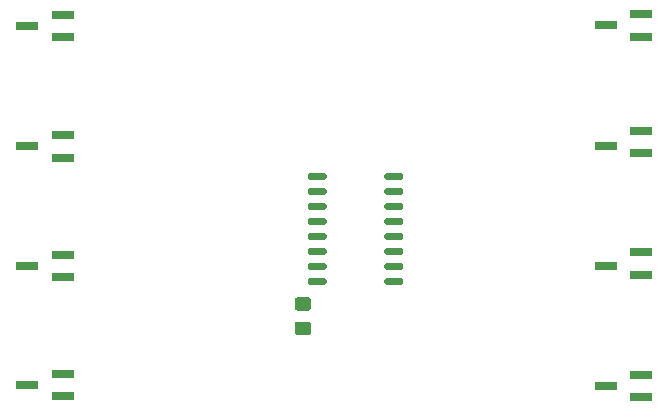
<source format=gbr>
%TF.GenerationSoftware,KiCad,Pcbnew,5.1.8*%
%TF.CreationDate,2020-12-26T20:56:00+01:00*%
%TF.ProjectId,charger2,63686172-6765-4723-922e-6b696361645f,rev?*%
%TF.SameCoordinates,Original*%
%TF.FileFunction,Paste,Bot*%
%TF.FilePolarity,Positive*%
%FSLAX46Y46*%
G04 Gerber Fmt 4.6, Leading zero omitted, Abs format (unit mm)*
G04 Created by KiCad (PCBNEW 5.1.8) date 2020-12-26 20:56:00*
%MOMM*%
%LPD*%
G01*
G04 APERTURE LIST*
%ADD10R,1.900000X0.800000*%
G04 APERTURE END LIST*
G36*
G01*
X24650000Y-101395000D02*
X24650000Y-101095000D01*
G75*
G02*
X24800000Y-100945000I150000J0D01*
G01*
X26100000Y-100945000D01*
G75*
G02*
X26250000Y-101095000I0J-150000D01*
G01*
X26250000Y-101395000D01*
G75*
G02*
X26100000Y-101545000I-150000J0D01*
G01*
X24800000Y-101545000D01*
G75*
G02*
X24650000Y-101395000I0J150000D01*
G01*
G37*
G36*
G01*
X24650000Y-100125000D02*
X24650000Y-99825000D01*
G75*
G02*
X24800000Y-99675000I150000J0D01*
G01*
X26100000Y-99675000D01*
G75*
G02*
X26250000Y-99825000I0J-150000D01*
G01*
X26250000Y-100125000D01*
G75*
G02*
X26100000Y-100275000I-150000J0D01*
G01*
X24800000Y-100275000D01*
G75*
G02*
X24650000Y-100125000I0J150000D01*
G01*
G37*
G36*
G01*
X24650000Y-98855000D02*
X24650000Y-98555000D01*
G75*
G02*
X24800000Y-98405000I150000J0D01*
G01*
X26100000Y-98405000D01*
G75*
G02*
X26250000Y-98555000I0J-150000D01*
G01*
X26250000Y-98855000D01*
G75*
G02*
X26100000Y-99005000I-150000J0D01*
G01*
X24800000Y-99005000D01*
G75*
G02*
X24650000Y-98855000I0J150000D01*
G01*
G37*
G36*
G01*
X24650000Y-97585000D02*
X24650000Y-97285000D01*
G75*
G02*
X24800000Y-97135000I150000J0D01*
G01*
X26100000Y-97135000D01*
G75*
G02*
X26250000Y-97285000I0J-150000D01*
G01*
X26250000Y-97585000D01*
G75*
G02*
X26100000Y-97735000I-150000J0D01*
G01*
X24800000Y-97735000D01*
G75*
G02*
X24650000Y-97585000I0J150000D01*
G01*
G37*
G36*
G01*
X24650000Y-96315000D02*
X24650000Y-96015000D01*
G75*
G02*
X24800000Y-95865000I150000J0D01*
G01*
X26100000Y-95865000D01*
G75*
G02*
X26250000Y-96015000I0J-150000D01*
G01*
X26250000Y-96315000D01*
G75*
G02*
X26100000Y-96465000I-150000J0D01*
G01*
X24800000Y-96465000D01*
G75*
G02*
X24650000Y-96315000I0J150000D01*
G01*
G37*
G36*
G01*
X24650000Y-95045000D02*
X24650000Y-94745000D01*
G75*
G02*
X24800000Y-94595000I150000J0D01*
G01*
X26100000Y-94595000D01*
G75*
G02*
X26250000Y-94745000I0J-150000D01*
G01*
X26250000Y-95045000D01*
G75*
G02*
X26100000Y-95195000I-150000J0D01*
G01*
X24800000Y-95195000D01*
G75*
G02*
X24650000Y-95045000I0J150000D01*
G01*
G37*
G36*
G01*
X24650000Y-93775000D02*
X24650000Y-93475000D01*
G75*
G02*
X24800000Y-93325000I150000J0D01*
G01*
X26100000Y-93325000D01*
G75*
G02*
X26250000Y-93475000I0J-150000D01*
G01*
X26250000Y-93775000D01*
G75*
G02*
X26100000Y-93925000I-150000J0D01*
G01*
X24800000Y-93925000D01*
G75*
G02*
X24650000Y-93775000I0J150000D01*
G01*
G37*
G36*
G01*
X24650000Y-92505000D02*
X24650000Y-92205000D01*
G75*
G02*
X24800000Y-92055000I150000J0D01*
G01*
X26100000Y-92055000D01*
G75*
G02*
X26250000Y-92205000I0J-150000D01*
G01*
X26250000Y-92505000D01*
G75*
G02*
X26100000Y-92655000I-150000J0D01*
G01*
X24800000Y-92655000D01*
G75*
G02*
X24650000Y-92505000I0J150000D01*
G01*
G37*
G36*
G01*
X18150000Y-92505000D02*
X18150000Y-92205000D01*
G75*
G02*
X18300000Y-92055000I150000J0D01*
G01*
X19600000Y-92055000D01*
G75*
G02*
X19750000Y-92205000I0J-150000D01*
G01*
X19750000Y-92505000D01*
G75*
G02*
X19600000Y-92655000I-150000J0D01*
G01*
X18300000Y-92655000D01*
G75*
G02*
X18150000Y-92505000I0J150000D01*
G01*
G37*
G36*
G01*
X18150000Y-93775000D02*
X18150000Y-93475000D01*
G75*
G02*
X18300000Y-93325000I150000J0D01*
G01*
X19600000Y-93325000D01*
G75*
G02*
X19750000Y-93475000I0J-150000D01*
G01*
X19750000Y-93775000D01*
G75*
G02*
X19600000Y-93925000I-150000J0D01*
G01*
X18300000Y-93925000D01*
G75*
G02*
X18150000Y-93775000I0J150000D01*
G01*
G37*
G36*
G01*
X18150000Y-95045000D02*
X18150000Y-94745000D01*
G75*
G02*
X18300000Y-94595000I150000J0D01*
G01*
X19600000Y-94595000D01*
G75*
G02*
X19750000Y-94745000I0J-150000D01*
G01*
X19750000Y-95045000D01*
G75*
G02*
X19600000Y-95195000I-150000J0D01*
G01*
X18300000Y-95195000D01*
G75*
G02*
X18150000Y-95045000I0J150000D01*
G01*
G37*
G36*
G01*
X18150000Y-96315000D02*
X18150000Y-96015000D01*
G75*
G02*
X18300000Y-95865000I150000J0D01*
G01*
X19600000Y-95865000D01*
G75*
G02*
X19750000Y-96015000I0J-150000D01*
G01*
X19750000Y-96315000D01*
G75*
G02*
X19600000Y-96465000I-150000J0D01*
G01*
X18300000Y-96465000D01*
G75*
G02*
X18150000Y-96315000I0J150000D01*
G01*
G37*
G36*
G01*
X18150000Y-97585000D02*
X18150000Y-97285000D01*
G75*
G02*
X18300000Y-97135000I150000J0D01*
G01*
X19600000Y-97135000D01*
G75*
G02*
X19750000Y-97285000I0J-150000D01*
G01*
X19750000Y-97585000D01*
G75*
G02*
X19600000Y-97735000I-150000J0D01*
G01*
X18300000Y-97735000D01*
G75*
G02*
X18150000Y-97585000I0J150000D01*
G01*
G37*
G36*
G01*
X18150000Y-98855000D02*
X18150000Y-98555000D01*
G75*
G02*
X18300000Y-98405000I150000J0D01*
G01*
X19600000Y-98405000D01*
G75*
G02*
X19750000Y-98555000I0J-150000D01*
G01*
X19750000Y-98855000D01*
G75*
G02*
X19600000Y-99005000I-150000J0D01*
G01*
X18300000Y-99005000D01*
G75*
G02*
X18150000Y-98855000I0J150000D01*
G01*
G37*
G36*
G01*
X18150000Y-100125000D02*
X18150000Y-99825000D01*
G75*
G02*
X18300000Y-99675000I150000J0D01*
G01*
X19600000Y-99675000D01*
G75*
G02*
X19750000Y-99825000I0J-150000D01*
G01*
X19750000Y-100125000D01*
G75*
G02*
X19600000Y-100275000I-150000J0D01*
G01*
X18300000Y-100275000D01*
G75*
G02*
X18150000Y-100125000I0J150000D01*
G01*
G37*
G36*
G01*
X18150000Y-101395000D02*
X18150000Y-101095000D01*
G75*
G02*
X18300000Y-100945000I150000J0D01*
G01*
X19600000Y-100945000D01*
G75*
G02*
X19750000Y-101095000I0J-150000D01*
G01*
X19750000Y-101395000D01*
G75*
G02*
X19600000Y-101545000I-150000J0D01*
G01*
X18300000Y-101545000D01*
G75*
G02*
X18150000Y-101395000I0J150000D01*
G01*
G37*
G36*
G01*
X18190001Y-103720000D02*
X17289999Y-103720000D01*
G75*
G02*
X17040000Y-103470001I0J249999D01*
G01*
X17040000Y-102819999D01*
G75*
G02*
X17289999Y-102570000I249999J0D01*
G01*
X18190001Y-102570000D01*
G75*
G02*
X18440000Y-102819999I0J-249999D01*
G01*
X18440000Y-103470001D01*
G75*
G02*
X18190001Y-103720000I-249999J0D01*
G01*
G37*
G36*
G01*
X18190001Y-105770000D02*
X17289999Y-105770000D01*
G75*
G02*
X17040000Y-105520001I0J249999D01*
G01*
X17040000Y-104869999D01*
G75*
G02*
X17289999Y-104620000I249999J0D01*
G01*
X18190001Y-104620000D01*
G75*
G02*
X18440000Y-104869999I0J-249999D01*
G01*
X18440000Y-105520001D01*
G75*
G02*
X18190001Y-105770000I-249999J0D01*
G01*
G37*
D10*
X-2600000Y-98950000D03*
X-2600000Y-100850000D03*
X-5600000Y-99900000D03*
X-2600000Y-109050000D03*
X-2600000Y-110950000D03*
X-5600000Y-110000000D03*
X46400000Y-98750000D03*
X46400000Y-100650000D03*
X43400000Y-99916666D03*
X46400000Y-109150000D03*
X46400000Y-111050000D03*
X43400000Y-110100000D03*
X-5600000Y-89800000D03*
X-2600000Y-90750000D03*
X-2600000Y-88850000D03*
X-5600000Y-79600000D03*
X-2600000Y-80550000D03*
X-2600000Y-78650000D03*
X43400000Y-89733333D03*
X46400000Y-90350000D03*
X46400000Y-88450000D03*
X43400000Y-79550000D03*
X46400000Y-80500000D03*
X46400000Y-78600000D03*
M02*

</source>
